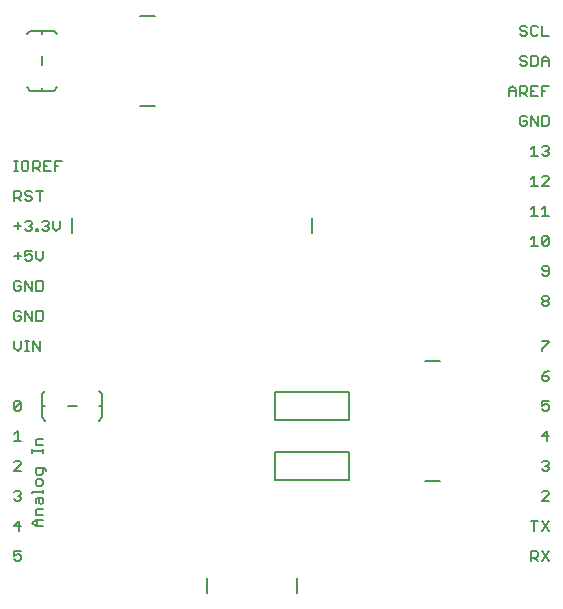
<source format=gto>
G75*
%MOIN*%
%OFA0B0*%
%FSLAX24Y24*%
%IPPOS*%
%LPD*%
%AMOC8*
5,1,8,0,0,1.08239X$1,22.5*
%
%ADD10C,0.0060*%
%ADD11C,0.0080*%
D10*
X002852Y003050D02*
X002795Y003107D01*
X002852Y003050D02*
X002965Y003050D01*
X003022Y003107D01*
X003022Y003220D01*
X002965Y003277D01*
X002908Y003277D01*
X002795Y003220D01*
X002795Y003390D01*
X003022Y003390D01*
X002965Y004050D02*
X002965Y004390D01*
X002795Y004220D01*
X003022Y004220D01*
X003395Y004313D02*
X003508Y004427D01*
X003735Y004427D01*
X003735Y004568D02*
X003508Y004568D01*
X003508Y004738D01*
X003565Y004795D01*
X003735Y004795D01*
X003678Y004937D02*
X003622Y004993D01*
X003622Y005163D01*
X003565Y005163D02*
X003735Y005163D01*
X003735Y004993D01*
X003678Y004937D01*
X003508Y004993D02*
X003508Y005107D01*
X003565Y005163D01*
X003735Y005305D02*
X003735Y005418D01*
X003735Y005362D02*
X003395Y005362D01*
X003395Y005305D01*
X003565Y005550D02*
X003508Y005607D01*
X003508Y005721D01*
X003565Y005777D01*
X003678Y005777D01*
X003735Y005721D01*
X003735Y005607D01*
X003678Y005550D01*
X003565Y005550D01*
X003565Y005919D02*
X003678Y005919D01*
X003735Y005976D01*
X003735Y006146D01*
X003792Y006146D02*
X003508Y006146D01*
X003508Y005976D01*
X003565Y005919D01*
X003848Y006032D02*
X003848Y006089D01*
X003792Y006146D01*
X003735Y006655D02*
X003735Y006769D01*
X003735Y006712D02*
X003395Y006712D01*
X003395Y006655D02*
X003395Y006769D01*
X003508Y006901D02*
X003508Y007071D01*
X003565Y007128D01*
X003735Y007128D01*
X003735Y006901D02*
X003508Y006901D01*
X003022Y007050D02*
X002795Y007050D01*
X002908Y007050D02*
X002908Y007390D01*
X002795Y007277D01*
X002852Y008050D02*
X002795Y008107D01*
X003022Y008334D01*
X003022Y008107D01*
X002965Y008050D01*
X002852Y008050D01*
X002795Y008107D02*
X002795Y008334D01*
X002852Y008390D01*
X002965Y008390D01*
X003022Y008334D01*
X002908Y010050D02*
X003022Y010163D01*
X003022Y010390D01*
X003163Y010390D02*
X003277Y010390D01*
X003220Y010390D02*
X003220Y010050D01*
X003163Y010050D02*
X003277Y010050D01*
X003409Y010050D02*
X003409Y010390D01*
X003636Y010050D01*
X003636Y010390D01*
X003702Y011050D02*
X003758Y011107D01*
X003758Y011334D01*
X003702Y011390D01*
X003532Y011390D01*
X003532Y011050D01*
X003702Y011050D01*
X003390Y011050D02*
X003390Y011390D01*
X003163Y011390D02*
X003163Y011050D01*
X003022Y011107D02*
X003022Y011220D01*
X002908Y011220D01*
X002795Y011107D02*
X002795Y011334D01*
X002852Y011390D01*
X002965Y011390D01*
X003022Y011334D01*
X003163Y011390D02*
X003390Y011050D01*
X003022Y011107D02*
X002965Y011050D01*
X002852Y011050D01*
X002795Y011107D01*
X002795Y010390D02*
X002795Y010163D01*
X002908Y010050D01*
X002852Y012050D02*
X002965Y012050D01*
X003022Y012107D01*
X003022Y012220D01*
X002908Y012220D01*
X002795Y012107D02*
X002852Y012050D01*
X002795Y012107D02*
X002795Y012334D01*
X002852Y012390D01*
X002965Y012390D01*
X003022Y012334D01*
X003163Y012390D02*
X003163Y012050D01*
X003390Y012050D02*
X003390Y012390D01*
X003532Y012390D02*
X003702Y012390D01*
X003758Y012334D01*
X003758Y012107D01*
X003702Y012050D01*
X003532Y012050D01*
X003532Y012390D01*
X003390Y012050D02*
X003163Y012390D01*
X003220Y013050D02*
X003163Y013107D01*
X003220Y013050D02*
X003333Y013050D01*
X003390Y013107D01*
X003390Y013220D01*
X003333Y013277D01*
X003277Y013277D01*
X003163Y013220D01*
X003163Y013390D01*
X003390Y013390D01*
X003532Y013390D02*
X003532Y013163D01*
X003645Y013050D01*
X003758Y013163D01*
X003758Y013390D01*
X003773Y014050D02*
X003716Y014107D01*
X003773Y014050D02*
X003886Y014050D01*
X003943Y014107D01*
X003943Y014163D01*
X003886Y014220D01*
X003829Y014220D01*
X003886Y014220D02*
X003943Y014277D01*
X003943Y014334D01*
X003886Y014390D01*
X003773Y014390D01*
X003716Y014334D01*
X003588Y014107D02*
X003588Y014050D01*
X003532Y014050D01*
X003532Y014107D01*
X003588Y014107D01*
X003390Y014107D02*
X003333Y014050D01*
X003220Y014050D01*
X003163Y014107D01*
X003277Y014220D02*
X003333Y014220D01*
X003390Y014163D01*
X003390Y014107D01*
X003333Y014220D02*
X003390Y014277D01*
X003390Y014334D01*
X003333Y014390D01*
X003220Y014390D01*
X003163Y014334D01*
X003022Y014220D02*
X002795Y014220D01*
X002908Y014107D02*
X002908Y014334D01*
X002795Y015050D02*
X002795Y015390D01*
X002965Y015390D01*
X003022Y015334D01*
X003022Y015220D01*
X002965Y015163D01*
X002795Y015163D01*
X002908Y015163D02*
X003022Y015050D01*
X003163Y015107D02*
X003220Y015050D01*
X003333Y015050D01*
X003390Y015107D01*
X003390Y015163D01*
X003333Y015220D01*
X003220Y015220D01*
X003163Y015277D01*
X003163Y015334D01*
X003220Y015390D01*
X003333Y015390D01*
X003390Y015334D01*
X003532Y015390D02*
X003758Y015390D01*
X003645Y015390D02*
X003645Y015050D01*
X004084Y014390D02*
X004084Y014163D01*
X004198Y014050D01*
X004311Y014163D01*
X004311Y014390D01*
X004145Y016050D02*
X004145Y016390D01*
X004372Y016390D01*
X004259Y016220D02*
X004145Y016220D01*
X004004Y016050D02*
X003777Y016050D01*
X003777Y016390D01*
X004004Y016390D01*
X003891Y016220D02*
X003777Y016220D01*
X003636Y016220D02*
X003579Y016163D01*
X003409Y016163D01*
X003409Y016050D02*
X003409Y016390D01*
X003579Y016390D01*
X003636Y016334D01*
X003636Y016220D01*
X003522Y016163D02*
X003636Y016050D01*
X003267Y016107D02*
X003267Y016334D01*
X003211Y016390D01*
X003097Y016390D01*
X003041Y016334D01*
X003041Y016107D01*
X003097Y016050D01*
X003211Y016050D01*
X003267Y016107D01*
X002908Y016050D02*
X002795Y016050D01*
X002852Y016050D02*
X002852Y016390D01*
X002908Y016390D02*
X002795Y016390D01*
X002908Y013334D02*
X002908Y013107D01*
X002795Y013220D02*
X003022Y013220D01*
X002965Y006390D02*
X002852Y006390D01*
X002795Y006334D01*
X002965Y006390D02*
X003022Y006334D01*
X003022Y006277D01*
X002795Y006050D01*
X003022Y006050D01*
X002965Y005390D02*
X002852Y005390D01*
X002795Y005334D01*
X002908Y005220D02*
X002965Y005220D01*
X003022Y005163D01*
X003022Y005107D01*
X002965Y005050D01*
X002852Y005050D01*
X002795Y005107D01*
X002965Y005220D02*
X003022Y005277D01*
X003022Y005334D01*
X002965Y005390D01*
X003565Y004427D02*
X003565Y004200D01*
X003508Y004200D02*
X003395Y004313D01*
X003508Y004200D02*
X003735Y004200D01*
X019277Y018550D02*
X019277Y018777D01*
X019390Y018890D01*
X019504Y018777D01*
X019504Y018550D01*
X019645Y018550D02*
X019645Y018890D01*
X019815Y018890D01*
X019872Y018834D01*
X019872Y018720D01*
X019815Y018663D01*
X019645Y018663D01*
X019758Y018663D02*
X019872Y018550D01*
X020013Y018550D02*
X020013Y018890D01*
X020240Y018890D01*
X020382Y018890D02*
X020382Y018550D01*
X020240Y018550D02*
X020013Y018550D01*
X020013Y018720D02*
X020127Y018720D01*
X020382Y018720D02*
X020495Y018720D01*
X020382Y018890D02*
X020609Y018890D01*
X020609Y019550D02*
X020609Y019777D01*
X020495Y019890D01*
X020382Y019777D01*
X020382Y019550D01*
X020240Y019607D02*
X020240Y019834D01*
X020184Y019890D01*
X020013Y019890D01*
X020013Y019550D01*
X020184Y019550D01*
X020240Y019607D01*
X020382Y019720D02*
X020609Y019720D01*
X019872Y019663D02*
X019872Y019607D01*
X019815Y019550D01*
X019702Y019550D01*
X019645Y019607D01*
X019702Y019720D02*
X019815Y019720D01*
X019872Y019663D01*
X019872Y019834D02*
X019815Y019890D01*
X019702Y019890D01*
X019645Y019834D01*
X019645Y019777D01*
X019702Y019720D01*
X019702Y020550D02*
X019645Y020607D01*
X019702Y020550D02*
X019815Y020550D01*
X019872Y020607D01*
X019872Y020663D01*
X019815Y020720D01*
X019702Y020720D01*
X019645Y020777D01*
X019645Y020834D01*
X019702Y020890D01*
X019815Y020890D01*
X019872Y020834D01*
X020013Y020834D02*
X020013Y020607D01*
X020070Y020550D01*
X020184Y020550D01*
X020240Y020607D01*
X020382Y020550D02*
X020382Y020890D01*
X020240Y020834D02*
X020184Y020890D01*
X020070Y020890D01*
X020013Y020834D01*
X020382Y020550D02*
X020609Y020550D01*
X019504Y018720D02*
X019277Y018720D01*
X019702Y017890D02*
X019645Y017834D01*
X019645Y017607D01*
X019702Y017550D01*
X019815Y017550D01*
X019872Y017607D01*
X019872Y017720D01*
X019758Y017720D01*
X019872Y017834D02*
X019815Y017890D01*
X019702Y017890D01*
X020013Y017890D02*
X020240Y017550D01*
X020240Y017890D01*
X020382Y017890D02*
X020382Y017550D01*
X020552Y017550D01*
X020609Y017607D01*
X020609Y017834D01*
X020552Y017890D01*
X020382Y017890D01*
X020013Y017890D02*
X020013Y017550D01*
X020127Y016890D02*
X020127Y016550D01*
X020240Y016550D02*
X020013Y016550D01*
X020013Y016777D02*
X020127Y016890D01*
X020382Y016834D02*
X020438Y016890D01*
X020552Y016890D01*
X020609Y016834D01*
X020609Y016777D01*
X020552Y016720D01*
X020609Y016663D01*
X020609Y016607D01*
X020552Y016550D01*
X020438Y016550D01*
X020382Y016607D01*
X020495Y016720D02*
X020552Y016720D01*
X020552Y015890D02*
X020438Y015890D01*
X020382Y015834D01*
X020552Y015890D02*
X020609Y015834D01*
X020609Y015777D01*
X020382Y015550D01*
X020609Y015550D01*
X020240Y015550D02*
X020013Y015550D01*
X020127Y015550D02*
X020127Y015890D01*
X020013Y015777D01*
X020127Y014890D02*
X020127Y014550D01*
X020240Y014550D02*
X020013Y014550D01*
X020013Y014777D02*
X020127Y014890D01*
X020382Y014777D02*
X020495Y014890D01*
X020495Y014550D01*
X020382Y014550D02*
X020609Y014550D01*
X020552Y013890D02*
X020438Y013890D01*
X020382Y013834D01*
X020382Y013607D01*
X020609Y013834D01*
X020609Y013607D01*
X020552Y013550D01*
X020438Y013550D01*
X020382Y013607D01*
X020240Y013550D02*
X020013Y013550D01*
X020127Y013550D02*
X020127Y013890D01*
X020013Y013777D01*
X020552Y013890D02*
X020609Y013834D01*
X020552Y012890D02*
X020438Y012890D01*
X020382Y012834D01*
X020382Y012777D01*
X020438Y012720D01*
X020609Y012720D01*
X020609Y012607D02*
X020609Y012834D01*
X020552Y012890D01*
X020609Y012607D02*
X020552Y012550D01*
X020438Y012550D01*
X020382Y012607D01*
X020438Y011890D02*
X020552Y011890D01*
X020609Y011834D01*
X020609Y011777D01*
X020552Y011720D01*
X020438Y011720D01*
X020382Y011777D01*
X020382Y011834D01*
X020438Y011890D01*
X020438Y011720D02*
X020382Y011663D01*
X020382Y011607D01*
X020438Y011550D01*
X020552Y011550D01*
X020609Y011607D01*
X020609Y011663D01*
X020552Y011720D01*
X020609Y010390D02*
X020382Y010390D01*
X020609Y010390D02*
X020609Y010334D01*
X020382Y010107D01*
X020382Y010050D01*
X020609Y009390D02*
X020495Y009334D01*
X020382Y009220D01*
X020552Y009220D01*
X020609Y009163D01*
X020609Y009107D01*
X020552Y009050D01*
X020438Y009050D01*
X020382Y009107D01*
X020382Y009220D01*
X020382Y008390D02*
X020382Y008220D01*
X020495Y008277D01*
X020552Y008277D01*
X020609Y008220D01*
X020609Y008107D01*
X020552Y008050D01*
X020438Y008050D01*
X020382Y008107D01*
X020382Y008390D02*
X020609Y008390D01*
X020552Y007390D02*
X020382Y007220D01*
X020609Y007220D01*
X020552Y007050D02*
X020552Y007390D01*
X020552Y006390D02*
X020438Y006390D01*
X020382Y006334D01*
X020495Y006220D02*
X020552Y006220D01*
X020609Y006163D01*
X020609Y006107D01*
X020552Y006050D01*
X020438Y006050D01*
X020382Y006107D01*
X020552Y006220D02*
X020609Y006277D01*
X020609Y006334D01*
X020552Y006390D01*
X020552Y005390D02*
X020438Y005390D01*
X020382Y005334D01*
X020552Y005390D02*
X020609Y005334D01*
X020609Y005277D01*
X020382Y005050D01*
X020609Y005050D01*
X020609Y004390D02*
X020382Y004050D01*
X020609Y004050D02*
X020382Y004390D01*
X020240Y004390D02*
X020013Y004390D01*
X020127Y004390D02*
X020127Y004050D01*
X020184Y003390D02*
X020240Y003334D01*
X020240Y003220D01*
X020184Y003163D01*
X020013Y003163D01*
X020013Y003050D02*
X020013Y003390D01*
X020184Y003390D01*
X020382Y003390D02*
X020609Y003050D01*
X020382Y003050D02*
X020609Y003390D01*
X020240Y003050D02*
X020127Y003163D01*
D11*
X016970Y005720D02*
X016470Y005720D01*
X013960Y005748D02*
X011480Y005748D01*
X011480Y006692D01*
X013960Y006692D01*
X013960Y005748D01*
X013960Y007748D02*
X011480Y007748D01*
X011480Y008692D01*
X013960Y008692D01*
X013960Y007748D01*
X016470Y009720D02*
X016970Y009720D01*
X012720Y013970D02*
X012720Y014470D01*
X007470Y018220D02*
X006970Y018220D01*
X006970Y021220D02*
X007470Y021220D01*
X004220Y020610D02*
X004110Y020720D01*
X003720Y020720D01*
X003330Y020720D01*
X003220Y020610D01*
X003720Y020620D02*
X003720Y020720D01*
X003720Y019870D02*
X003720Y019570D01*
X003720Y018820D02*
X003720Y018720D01*
X004110Y018720D01*
X004220Y018830D01*
X003720Y018720D02*
X003330Y018720D01*
X003220Y018830D01*
X004720Y014470D02*
X004720Y013970D01*
X003830Y008720D02*
X003720Y008610D01*
X003720Y008220D01*
X003720Y007830D01*
X003830Y007720D01*
X003820Y008220D02*
X003720Y008220D01*
X004570Y008220D02*
X004870Y008220D01*
X005620Y008220D02*
X005720Y008220D01*
X005720Y008610D01*
X005610Y008720D01*
X005720Y008220D02*
X005720Y007830D01*
X005610Y007720D01*
X009220Y002470D02*
X009220Y001970D01*
X012220Y001970D02*
X012220Y002470D01*
M02*

</source>
